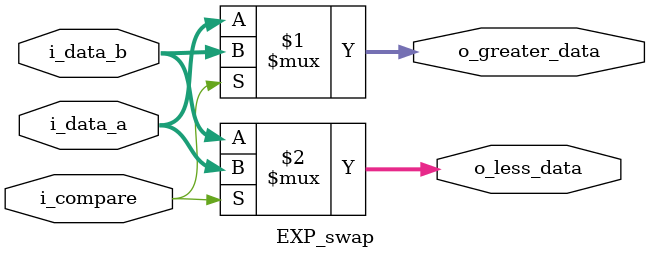
<source format=sv>
module EXP_swap #(
    parameter SIZE_DATA = 8
)(
    input logic [SIZE_DATA-1:0]     i_data_a        ,
    input logic [SIZE_DATA-1:0]     i_data_b        ,
    input logic                     i_compare       ,   // a < b
    output logic [SIZE_DATA-1:0]    o_less_data     ,
    output logic [SIZE_DATA-1:0]    o_greater_data  
);

assign o_greater_data  = (i_compare) ? i_data_b : i_data_a;
assign o_less_data     = (i_compare) ? i_data_a : i_data_b;

endmodule

</source>
